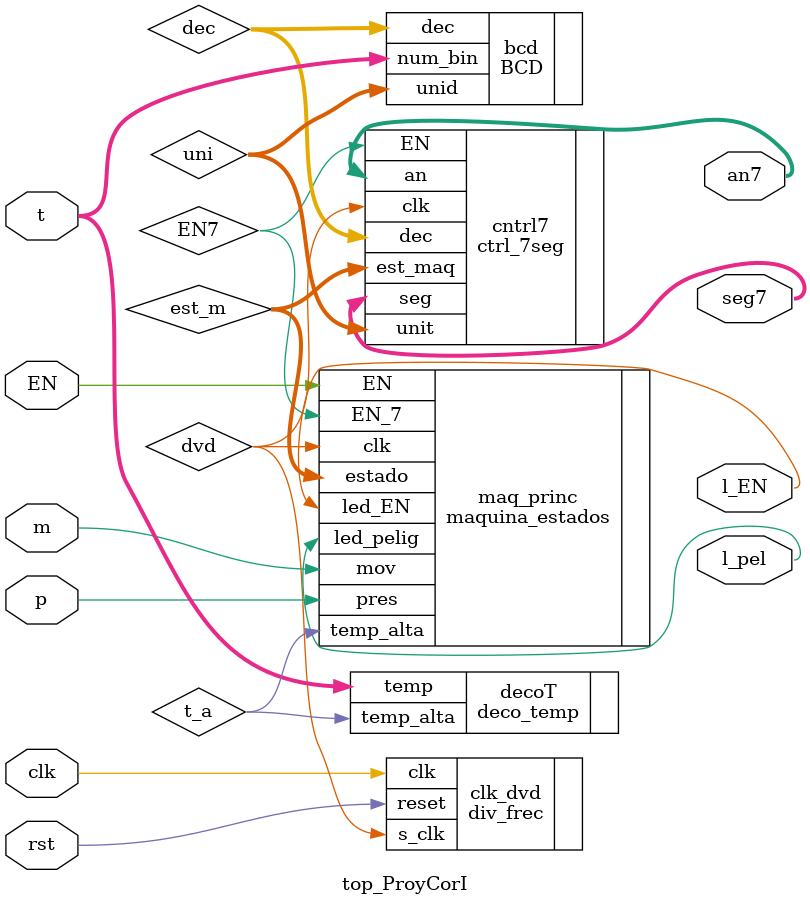
<source format=v>
`timescale 1ns / 1ps
module top_ProyCorI(
	input wire [5:0] t,
	input wire clk, rst, m, p, EN,
	output wire l_EN, l_pel, 
	output wire [6:0] seg7,
	output wire [3:0] an7
    );

wire dvd, t_a, EN7;
wire [3:0] uni, dec;
wire [1:0] est_m;

BCD bcd (
    .num_bin(t), 
    .unid(uni), 
    .dec(dec)
    );
	 
ctrl_7seg cntrl7 (
    .unit(uni), 
    .dec(dec), 
    .est_maq(est_m), 
    .EN(EN7), 
    .clk(dvd), 
    .seg(seg7), 
    .an(an7)
    );
	 
deco_temp decoT (
    .temp(t), 
    .temp_alta(t_a)
    );
	 
maquina_estados maq_princ (
    .clk(dvd), 
    .temp_alta(t_a), 
    .mov(m), 
    .pres(p), 
    .EN(EN), 
    .led_EN(l_EN), 
    .led_pelig(l_pel), 
    .EN_7(EN7), 
    .estado(est_m)
    );
	 
div_frec clk_dvd (
    .clk(clk), 
    .reset(rst), 
    .s_clk(dvd)
    );

endmodule

</source>
